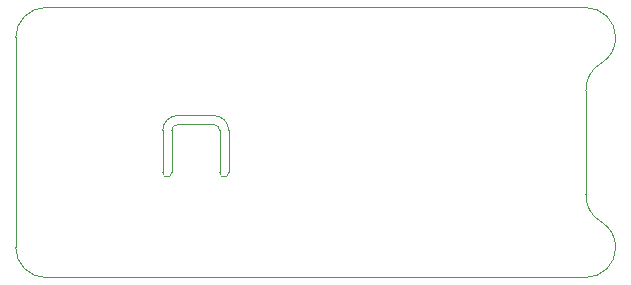
<source format=gbr>
%TF.GenerationSoftware,KiCad,Pcbnew,9.0.3*%
%TF.CreationDate,2025-08-05T15:38:48-04:00*%
%TF.ProjectId,weather-featherwing,77656174-6865-4722-9d66-656174686572,1.4.0*%
%TF.SameCoordinates,Original*%
%TF.FileFunction,Profile,NP*%
%FSLAX46Y46*%
G04 Gerber Fmt 4.6, Leading zero omitted, Abs format (unit mm)*
G04 Created by KiCad (PCBNEW 9.0.3) date 2025-08-05 15:38:48*
%MOMM*%
%LPD*%
G01*
G04 APERTURE LIST*
%TA.AperFunction,Profile*%
%ADD10C,0.120000*%
%TD*%
%TA.AperFunction,Profile*%
%ADD11C,0.100000*%
%TD*%
G04 APERTURE END LIST*
D10*
X163836656Y-114644151D02*
G75*
G02*
X162575434Y-112344287I1276644J2195851D01*
G01*
X114300000Y-99060000D02*
X114300000Y-116840000D01*
D11*
X131064000Y-106426000D02*
G75*
G02*
X131572000Y-106934000I0J-508000D01*
G01*
D10*
X116840000Y-119380000D02*
X162560000Y-119380000D01*
X162560000Y-96520000D02*
G75*
G02*
X165100000Y-99060000I0J-2540000D01*
G01*
D11*
X131064000Y-105664000D02*
X128016000Y-105664000D01*
X131064000Y-105664000D02*
G75*
G02*
X132334000Y-106934000I0J-1270000D01*
G01*
X132334000Y-106934000D02*
X132334000Y-110490000D01*
D10*
X163836656Y-114644152D02*
G75*
G02*
X165100000Y-116840000I-1276656J-2195848D01*
G01*
D11*
X126746000Y-106934000D02*
G75*
G02*
X128016000Y-105664000I1270000J0D01*
G01*
X132334000Y-110490000D02*
G75*
G02*
X131572000Y-110490000I-381000J0D01*
G01*
D10*
X121436000Y-96520000D02*
X162560000Y-96520000D01*
D11*
X127508000Y-106934000D02*
X127508000Y-110490000D01*
D10*
X165100000Y-116840000D02*
G75*
G02*
X162560000Y-119380000I-2540000J0D01*
G01*
D11*
X126746000Y-106934000D02*
X126746000Y-110490000D01*
X128016000Y-106426000D02*
X131064000Y-106426000D01*
D10*
X116840000Y-119380000D02*
G75*
G02*
X114300000Y-116840000I0J2540000D01*
G01*
D11*
X131572000Y-106934000D02*
X131572000Y-110490000D01*
X127508000Y-110490000D02*
G75*
G02*
X126746000Y-110490000I-381000J0D01*
G01*
D10*
X162575444Y-103555713D02*
X162575444Y-112344287D01*
X162575444Y-103555713D02*
G75*
G02*
X163836661Y-101255857I2537856J104013D01*
G01*
D11*
X127508000Y-106934000D02*
G75*
G02*
X128016000Y-106426000I508000J0D01*
G01*
D10*
X114300000Y-99060000D02*
G75*
G02*
X116840000Y-96520000I2540000J0D01*
G01*
X165100000Y-99060000D02*
G75*
G02*
X163836656Y-101255848I-2540000J0D01*
G01*
X116840000Y-96520000D02*
X121436000Y-96520000D01*
M02*

</source>
